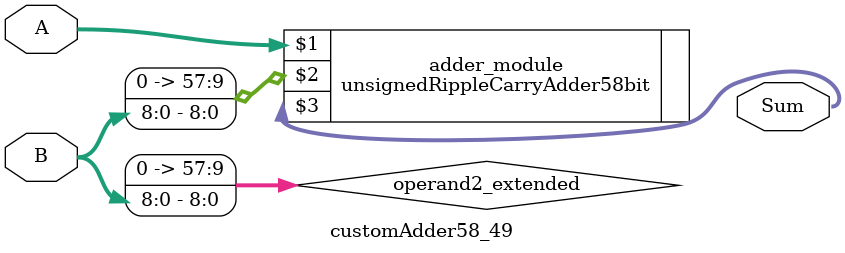
<source format=v>
module customAdder58_49(
                        input [57 : 0] A,
                        input [8 : 0] B,
                        
                        output [58 : 0] Sum
                );

        wire [57 : 0] operand2_extended;
        
        assign operand2_extended =  {49'b0, B};
        
        unsignedRippleCarryAdder58bit adder_module(
            A,
            operand2_extended,
            Sum
        );
        
        endmodule
        
</source>
